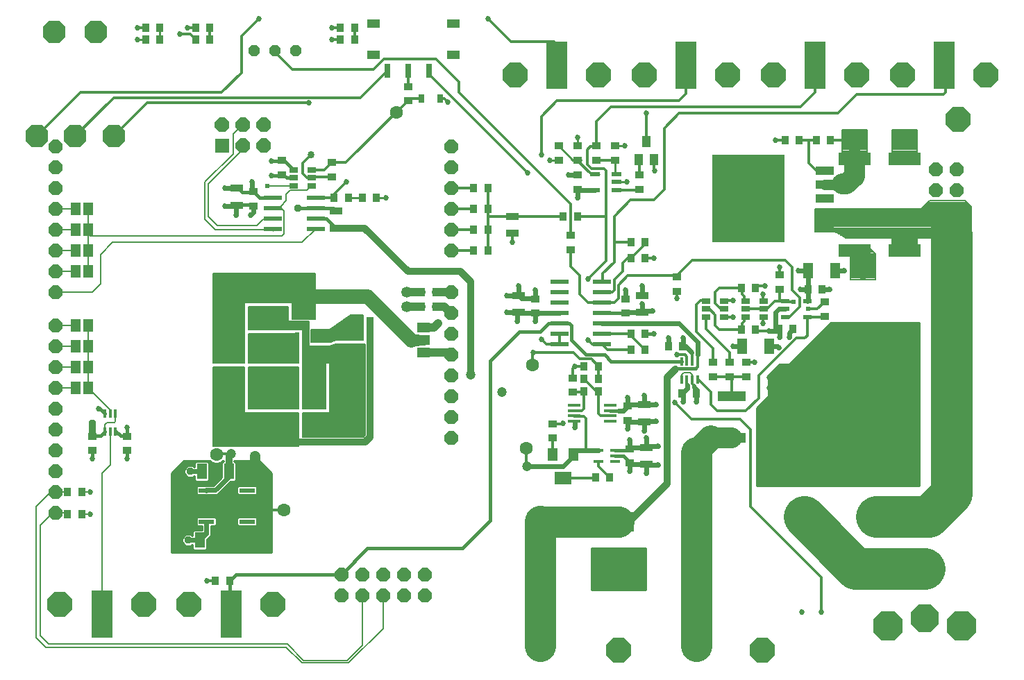
<source format=gtl>
G75*
%MOIN*%
%OFA0B0*%
%FSLAX24Y24*%
%IPPOS*%
%LPD*%
%AMOC8*
5,1,8,0,0,1.08239X$1,22.5*
%
%ADD10R,0.0866X0.0236*%
%ADD11R,0.0512X0.0630*%
%ADD12R,0.0787X0.0630*%
%ADD13OC8,0.0660*%
%ADD14OC8,0.0700*%
%ADD15R,0.0700X0.0700*%
%ADD16R,0.0600X0.0380*%
%ADD17R,0.0420X0.0350*%
%ADD18R,0.0350X0.0420*%
%ADD19R,0.1457X0.0965*%
%ADD20R,0.0460X0.0140*%
%ADD21R,0.0590X0.0170*%
%ADD22R,0.0276X0.0669*%
%ADD23R,0.0610X0.0433*%
%ADD24R,0.1350X0.0500*%
%ADD25R,0.3550X0.4200*%
%ADD26R,0.1000X0.2300*%
%ADD27OC8,0.1210*%
%ADD28C,0.0630*%
%ADD29R,0.0500X0.0220*%
%ADD30R,0.0780X0.0210*%
%ADD31R,0.0480X0.0740*%
%ADD32R,0.0460X0.0630*%
%ADD33R,0.0394X0.0551*%
%ADD34OC8,0.0531*%
%ADD35OC8,0.1095*%
%ADD36R,0.0417X0.0256*%
%ADD37R,0.0140X0.0400*%
%ADD38R,0.0394X0.0217*%
%ADD39R,0.0217X0.0394*%
%ADD40R,0.0740X0.0480*%
%ADD41R,0.0650X0.1100*%
%ADD42R,0.0360X0.0480*%
%ADD43R,0.0512X0.0472*%
%ADD44OC8,0.1620*%
%ADD45OC8,0.1325*%
%ADD46OC8,0.1424*%
%ADD47R,0.0630X0.0460*%
%ADD48R,0.3500X0.4200*%
%ADD49R,0.0900X0.0420*%
%ADD50R,0.1575X0.0630*%
%ADD51R,0.0300X0.0400*%
%ADD52C,0.0120*%
%ADD53C,0.0270*%
%ADD54C,0.0240*%
%ADD55C,0.0160*%
%ADD56C,0.0070*%
%ADD57C,0.0400*%
%ADD58C,0.0100*%
%ADD59C,0.0050*%
%ADD60C,0.0472*%
%ADD61C,0.0320*%
%ADD62C,0.0376*%
%ADD63C,0.0531*%
%ADD64OC8,0.1181*%
%ADD65C,0.0945*%
%ADD66C,0.0500*%
%ADD67OC8,0.1502*%
%ADD68C,0.2000*%
%ADD69C,0.1000*%
%ADD70C,0.1200*%
%ADD71C,0.1500*%
%ADD72C,0.0416*%
%ADD73C,0.0337*%
%ADD74C,0.0240*%
%ADD75C,0.0560*%
%ADD76C,0.0700*%
D10*
X020470Y026775D03*
X020470Y027275D03*
X020470Y027775D03*
X020470Y028275D03*
X022517Y028275D03*
X022517Y027775D03*
X022517Y027275D03*
X022517Y026775D03*
X034217Y024225D03*
X034217Y023725D03*
X034217Y023225D03*
X034217Y022725D03*
X034217Y022225D03*
X034217Y021725D03*
X034217Y021225D03*
X036264Y021225D03*
X036264Y021725D03*
X036264Y022225D03*
X036264Y022725D03*
X036264Y023225D03*
X036264Y023725D03*
X036264Y024225D03*
D11*
X034891Y015946D03*
X033891Y015946D03*
D12*
X034391Y014804D03*
D13*
X029041Y016725D03*
X029041Y017725D03*
X029041Y018725D03*
X029041Y019725D03*
X029041Y020725D03*
X029041Y021725D03*
X029041Y022725D03*
X029041Y023725D03*
X029041Y025725D03*
X029041Y026725D03*
X029041Y027725D03*
X029041Y028725D03*
X029041Y029725D03*
X029041Y030725D03*
X010041Y030725D03*
X010041Y029725D03*
X010041Y028725D03*
X010041Y027725D03*
X010041Y026725D03*
X010041Y025725D03*
X010041Y024725D03*
X010041Y023725D03*
X010041Y022125D03*
X010041Y021125D03*
X010041Y020125D03*
X010041Y019125D03*
X010041Y018125D03*
X010041Y017125D03*
X010041Y016125D03*
X010041Y015125D03*
X010041Y014125D03*
X010041Y013125D03*
X023743Y010175D03*
X023743Y009175D03*
X024743Y009175D03*
X024743Y010175D03*
X025743Y010175D03*
X025743Y009175D03*
X026743Y009175D03*
X026743Y010175D03*
X027743Y010175D03*
X027743Y009175D03*
X052282Y026648D03*
X052282Y027648D03*
X052282Y028648D03*
X052282Y029648D03*
X053282Y029648D03*
X053282Y028648D03*
X053282Y027648D03*
X053282Y026648D03*
D14*
X020041Y030775D03*
X020041Y031775D03*
X019041Y031775D03*
X019041Y030775D03*
X018041Y031775D03*
D15*
X018041Y030775D03*
D16*
X018741Y028735D03*
X018741Y027915D03*
X023496Y027635D03*
X023496Y026815D03*
X031943Y026565D03*
X031943Y027385D03*
X032243Y023582D03*
X032243Y022762D03*
X038193Y022765D03*
X038193Y023585D03*
X038291Y018335D03*
X038291Y017515D03*
X038391Y016285D03*
X038391Y015465D03*
D17*
X037591Y015535D03*
X037591Y016215D03*
X037491Y017585D03*
X037491Y018265D03*
X034843Y018935D03*
X034843Y019615D03*
X033891Y017415D03*
X033891Y016735D03*
X033043Y022735D03*
X033043Y023415D03*
X034743Y025785D03*
X034743Y026465D03*
X035093Y028685D03*
X035093Y029365D03*
X035093Y030085D03*
X035993Y030085D03*
X035993Y030765D03*
X035093Y030765D03*
X034193Y030765D03*
X034193Y030085D03*
X036893Y030085D03*
X036893Y030765D03*
X038046Y029365D03*
X038046Y028685D03*
X039843Y024465D03*
X039843Y023785D03*
X037393Y023415D03*
X037393Y022735D03*
X041593Y020365D03*
X042393Y020365D03*
X042393Y019685D03*
X041593Y019685D03*
X043193Y019685D03*
X043193Y020365D03*
X046943Y022585D03*
X046943Y023265D03*
X044793Y023885D03*
X044793Y024565D03*
X026943Y032935D03*
X026943Y033615D03*
X023293Y029965D03*
X023293Y029285D03*
X020893Y029385D03*
X020893Y030065D03*
X019541Y028565D03*
X019541Y027885D03*
X023893Y021665D03*
X023893Y020985D03*
X019593Y016565D03*
X019593Y015885D03*
X013443Y016135D03*
X013443Y016815D03*
X011793Y016815D03*
X011793Y016135D03*
D18*
X011283Y014125D03*
X010603Y014125D03*
X010603Y013075D03*
X011283Y013075D03*
X017703Y009875D03*
X018383Y009875D03*
X024453Y021725D03*
X024453Y022325D03*
X025133Y022325D03*
X025133Y021725D03*
X027603Y023025D03*
X028283Y023025D03*
X028283Y023725D03*
X027603Y023725D03*
X030103Y025725D03*
X030783Y025725D03*
X030783Y026725D03*
X030103Y026725D03*
X030103Y027725D03*
X030783Y027725D03*
X030783Y028725D03*
X030103Y028725D03*
X034403Y027375D03*
X035083Y027375D03*
X037653Y026125D03*
X038333Y026125D03*
X038333Y025375D03*
X037653Y025375D03*
X037651Y021725D03*
X038331Y021725D03*
X038331Y020975D03*
X037651Y020975D03*
X036083Y020175D03*
X036083Y019575D03*
X036083Y018975D03*
X035403Y018975D03*
X035403Y019575D03*
X035403Y020175D03*
X039453Y021125D03*
X040133Y021125D03*
X040103Y018875D03*
X040783Y018875D03*
X042953Y021925D03*
X043633Y021925D03*
X044753Y021975D03*
X045433Y021975D03*
X046153Y023875D03*
X046833Y023875D03*
X043633Y023925D03*
X042953Y023925D03*
X045053Y031025D03*
X045733Y031025D03*
X046553Y031025D03*
X047233Y031025D03*
X036631Y014825D03*
X035951Y014825D03*
X025431Y028275D03*
X024751Y028275D03*
X024081Y028275D03*
X023401Y028275D03*
X023703Y035875D03*
X023703Y036425D03*
X024383Y036425D03*
X024383Y035875D03*
X017433Y035875D03*
X017433Y036425D03*
X016753Y036425D03*
X016753Y035875D03*
X015033Y035875D03*
X015033Y036425D03*
X014353Y036425D03*
X014353Y035875D03*
D19*
X037043Y012692D03*
X037043Y010664D03*
D20*
X036901Y015615D03*
X036901Y015875D03*
X036901Y016135D03*
X036081Y016135D03*
X036081Y015615D03*
D21*
X036651Y017545D03*
X036651Y017795D03*
X036651Y018055D03*
X036651Y018305D03*
X034931Y018305D03*
X034931Y018055D03*
X034931Y017795D03*
X034931Y017545D03*
D22*
X027944Y034359D03*
X026944Y034359D03*
X025944Y034359D03*
D23*
X025277Y035125D03*
X025277Y036625D03*
X029115Y036625D03*
X029115Y035125D03*
D24*
X042488Y018725D03*
X042488Y016725D03*
D25*
X046368Y017725D03*
D26*
X046493Y034625D03*
X040293Y034625D03*
X034093Y034625D03*
X052693Y034625D03*
X018443Y008275D03*
X012243Y008275D03*
D27*
X010231Y008735D03*
X014256Y008735D03*
X016431Y008735D03*
X020456Y008735D03*
X032081Y034165D03*
X036106Y034165D03*
X038281Y034165D03*
X042306Y034165D03*
X044481Y034165D03*
X048506Y034165D03*
X050681Y034165D03*
X054706Y034165D03*
D28*
X032941Y020225D03*
X032641Y016225D03*
X020993Y013275D03*
X017743Y015925D03*
X026393Y032375D03*
D29*
X035936Y029395D03*
X035936Y028655D03*
X036956Y028655D03*
X036956Y029025D03*
X036956Y029395D03*
D30*
X019213Y014222D03*
X019213Y013722D03*
X019213Y013222D03*
X019213Y012722D03*
X017273Y012722D03*
X017273Y013222D03*
X017273Y013722D03*
X017273Y014222D03*
D31*
X017043Y015125D03*
X018343Y015125D03*
X018246Y011825D03*
X016946Y011825D03*
X042993Y021125D03*
X044293Y021125D03*
X046143Y024775D03*
X047443Y024775D03*
D32*
X011593Y024725D03*
X010993Y024725D03*
X010993Y025725D03*
X011593Y025725D03*
X011593Y026725D03*
X010993Y026725D03*
X010993Y027725D03*
X011593Y027725D03*
X011593Y022125D03*
X010993Y022125D03*
X010993Y021125D03*
X011593Y021125D03*
X011593Y020125D03*
X010993Y020125D03*
X010993Y019125D03*
X011593Y019125D03*
D33*
X038019Y030095D03*
X038767Y030095D03*
X038393Y030961D03*
D34*
X021543Y035325D03*
X020543Y035325D03*
X019543Y035325D03*
D35*
X012823Y031225D03*
X010973Y031225D03*
X009123Y031225D03*
X009973Y036225D03*
X011973Y036225D03*
X033293Y012725D03*
X033293Y006725D03*
X040793Y006725D03*
X040793Y012725D03*
D36*
X041260Y022551D03*
X041260Y022925D03*
X041260Y023299D03*
X042126Y023299D03*
X042126Y022925D03*
X042126Y022551D03*
X043160Y022551D03*
X043160Y022925D03*
X043160Y023299D03*
X044026Y023299D03*
X044026Y022925D03*
X044026Y022551D03*
X022326Y028851D03*
X022326Y029225D03*
X022326Y029599D03*
X021460Y029599D03*
X021460Y029225D03*
X021460Y028851D03*
D37*
X012903Y017915D03*
X012643Y017915D03*
X012383Y017915D03*
X012383Y017035D03*
X012643Y017035D03*
X012903Y017035D03*
X040077Y019535D03*
X040333Y019535D03*
X040593Y019535D03*
X040853Y019535D03*
X040853Y020415D03*
X040593Y020415D03*
X040333Y020415D03*
X040077Y020415D03*
D38*
X045062Y022551D03*
X045062Y022925D03*
X045062Y023299D03*
X046125Y023299D03*
X046125Y022551D03*
D39*
X022367Y022656D03*
X021619Y022656D03*
X021619Y021594D03*
X021993Y021594D03*
X022367Y021594D03*
D40*
X021193Y020875D03*
X021193Y019575D03*
X020393Y022475D03*
X020393Y023775D03*
D41*
X021243Y017325D03*
X022343Y017325D03*
D42*
X022502Y018725D03*
X021085Y018725D03*
D43*
X020374Y019536D03*
X020374Y020914D03*
X018012Y020914D03*
X018012Y019536D03*
D44*
X051770Y010449D03*
D45*
X051770Y008087D03*
D46*
X053541Y007695D03*
X049998Y007695D03*
D47*
X027693Y020825D03*
X027693Y021425D03*
X027693Y022025D03*
D48*
X043293Y028225D03*
D49*
X046943Y028225D03*
X046943Y027555D03*
X046943Y026885D03*
X046943Y028895D03*
X046943Y029565D03*
D50*
X048393Y030125D03*
X050794Y030125D03*
X050794Y025725D03*
X048393Y025725D03*
D51*
X028483Y033025D03*
X027603Y033025D03*
D52*
X027033Y033025D01*
X026943Y032935D01*
X026393Y032385D01*
X026393Y032375D01*
X026943Y032935D02*
X023973Y029965D01*
X023293Y029965D01*
X022927Y029599D01*
X022326Y029599D01*
X022386Y029285D02*
X023293Y029285D01*
X023993Y029025D02*
X023401Y028432D01*
X023401Y028275D01*
X022517Y028275D01*
X022326Y029225D02*
X022386Y029285D01*
X022326Y029225D02*
X022093Y029225D01*
X021893Y029425D01*
X021893Y029925D01*
X022293Y030325D01*
X022201Y032825D02*
X014423Y032825D01*
X012823Y031225D01*
X010973Y031225D02*
X012823Y033075D01*
X024660Y033075D01*
X025944Y034359D01*
X025793Y034925D02*
X025293Y034425D01*
X021393Y034425D01*
X020543Y035275D01*
X020543Y035325D01*
X019793Y036875D02*
X018943Y036025D01*
X018943Y034275D01*
X017993Y033325D01*
X011223Y033325D01*
X009123Y031225D01*
X013943Y036425D02*
X014353Y036425D01*
X015993Y036125D02*
X016493Y036125D01*
X016543Y036075D01*
X016753Y035875D01*
X016753Y036425D02*
X016343Y036425D01*
X017433Y036425D02*
X017433Y035875D01*
X023293Y035875D02*
X023496Y035872D01*
X023703Y035875D01*
X023703Y036425D02*
X023293Y036425D01*
X024383Y036425D02*
X024383Y035875D01*
X025793Y034925D02*
X028293Y034925D01*
X029393Y033825D01*
X029393Y033325D01*
X034743Y027975D01*
X034743Y026465D01*
X034743Y025785D02*
X034749Y025779D01*
X034749Y024969D01*
X035193Y024525D01*
X035193Y023625D01*
X035593Y023225D01*
X036264Y023225D01*
X036843Y023225D01*
X037043Y023425D01*
X037043Y024075D01*
X037493Y024525D01*
X039843Y024525D01*
X039843Y024465D01*
X039843Y024525D02*
X040593Y025275D01*
X045043Y025275D01*
X045393Y024925D01*
X045393Y023825D01*
X045743Y023475D01*
X045743Y023025D01*
X045269Y022551D01*
X045062Y022551D01*
X044567Y023299D02*
X044193Y022925D01*
X044026Y022925D01*
X043160Y022925D01*
X043160Y022551D02*
X043093Y022484D01*
X043093Y022325D01*
X042993Y022225D01*
X042993Y021965D01*
X042953Y021925D01*
X041893Y021925D01*
X041693Y022125D01*
X041693Y022642D01*
X041410Y022925D01*
X041260Y022925D01*
X041260Y022551D02*
X041260Y021958D01*
X042393Y020825D01*
X042393Y020365D01*
X041593Y020365D02*
X041593Y021025D01*
X040793Y021825D01*
X040793Y023125D01*
X040993Y023325D01*
X041234Y023325D01*
X041260Y023299D01*
X041693Y023208D02*
X041693Y023725D01*
X041893Y023925D01*
X042953Y023925D01*
X042993Y023885D01*
X042993Y023625D01*
X043093Y023525D01*
X043093Y023366D01*
X043160Y023299D01*
X042543Y023325D02*
X042152Y023325D01*
X042126Y023299D01*
X042126Y022925D02*
X041976Y022925D01*
X041693Y023208D01*
X042126Y022551D02*
X042152Y022525D01*
X042543Y022525D01*
X043633Y021925D02*
X043683Y021875D01*
X044293Y021875D01*
X043993Y022225D02*
X043993Y022518D01*
X044026Y022551D01*
X044026Y023299D02*
X043993Y023332D01*
X043993Y023625D01*
X044093Y024025D02*
X043733Y024025D01*
X043633Y023925D01*
X043033Y023925D02*
X042953Y023925D01*
X042993Y023925D01*
X044567Y023299D02*
X044793Y023299D01*
X044793Y023885D01*
X044793Y023299D02*
X045062Y023299D01*
X045086Y023275D01*
X045443Y023275D01*
X046143Y022925D02*
X046603Y022925D01*
X046943Y023265D01*
X046943Y022585D02*
X046909Y022551D01*
X046125Y022551D01*
X046125Y021656D01*
X045993Y021525D01*
X045593Y021525D01*
X043793Y019725D01*
X043793Y018657D01*
X043161Y018025D01*
X041793Y018025D01*
X041493Y018325D01*
X041493Y018925D01*
X040883Y019535D01*
X040853Y019535D01*
X040593Y019535D02*
X040593Y019325D01*
X040643Y019275D01*
X040343Y019275D02*
X040333Y019285D01*
X040333Y019535D01*
X040768Y020075D02*
X040843Y020150D01*
X040843Y020405D01*
X040853Y020415D01*
X040843Y020425D01*
X040843Y020725D01*
X040593Y020775D02*
X040543Y020825D01*
X040593Y020775D02*
X040593Y020415D01*
X040333Y020415D02*
X040333Y020635D01*
X040243Y020725D01*
X039843Y020725D01*
X038331Y020975D02*
X037651Y021655D01*
X037651Y021725D01*
X036264Y021725D01*
X036264Y021225D02*
X035793Y021225D01*
X035593Y021425D01*
X034893Y020825D02*
X035193Y020525D01*
X035743Y020525D01*
X036083Y020185D01*
X036083Y020175D01*
X036083Y019575D01*
X036083Y018975D02*
X036003Y018975D01*
X035403Y019575D01*
X034843Y019615D02*
X034843Y020075D01*
X034943Y020175D01*
X035403Y020175D01*
X034893Y020825D02*
X032943Y020825D01*
X032941Y020822D01*
X032941Y020225D01*
X033593Y021225D02*
X033343Y021475D01*
X033593Y021225D02*
X034217Y021225D01*
X034217Y021725D01*
X036243Y021204D02*
X036264Y021225D01*
X036514Y020975D01*
X037651Y020975D01*
X037651Y021725D02*
X037601Y021775D01*
X036743Y023725D02*
X036843Y023825D01*
X036843Y024325D01*
X037243Y024725D01*
X037243Y025125D01*
X037493Y025375D01*
X037653Y025375D01*
X038333Y026055D01*
X038333Y026125D01*
X037653Y026125D02*
X036843Y026125D01*
X036843Y027385D01*
X037634Y028175D01*
X038743Y028175D01*
X039243Y028675D01*
X039243Y031618D01*
X039950Y032325D01*
X047593Y032325D01*
X048493Y033225D01*
X052643Y033225D01*
X052743Y033325D01*
X052743Y033563D01*
X052477Y033829D01*
X052585Y033992D01*
X052693Y034253D01*
X052693Y034625D01*
X048393Y031025D02*
X047233Y031025D01*
X046553Y031025D02*
X046193Y031025D01*
X046193Y029925D01*
X046553Y029565D01*
X046943Y029565D01*
X046193Y031025D02*
X045733Y031025D01*
X045053Y031025D02*
X044593Y031025D01*
X045793Y032625D02*
X046493Y033325D01*
X046493Y034625D01*
X045793Y032625D02*
X036693Y032625D01*
X035993Y031925D01*
X035993Y030765D01*
X035953Y030725D01*
X035693Y030725D01*
X035543Y030575D01*
X035543Y029887D01*
X035755Y029675D01*
X036343Y029675D01*
X036443Y029575D01*
X036443Y027375D01*
X035083Y027375D01*
X034403Y027375D02*
X033043Y027375D01*
X031943Y027385D01*
X030783Y027385D01*
X030783Y026725D01*
X030783Y025725D01*
X030103Y025725D02*
X029041Y025725D01*
X029041Y026725D02*
X030103Y026725D01*
X030783Y027385D02*
X030783Y027725D01*
X030783Y028725D01*
X030103Y028725D02*
X029041Y028725D01*
X029041Y027725D02*
X030103Y027725D01*
X030783Y027725D02*
X030783Y027425D01*
X030793Y027425D01*
X030793Y027415D01*
X031943Y026565D02*
X031943Y026125D01*
X034743Y024969D02*
X034749Y024969D01*
X035593Y024375D02*
X036443Y025225D01*
X036443Y027375D01*
X036956Y028655D02*
X038016Y028655D01*
X038046Y028685D01*
X038046Y029365D02*
X038046Y030068D01*
X038019Y030095D01*
X038767Y030095D02*
X038767Y029649D01*
X038793Y029575D01*
X038393Y030961D02*
X038393Y032325D01*
X039943Y032925D02*
X040293Y033275D01*
X040293Y034625D01*
X039943Y032925D02*
X034093Y032925D01*
X033343Y032175D01*
X033343Y030325D01*
X032693Y029475D02*
X027944Y034224D01*
X027944Y034359D01*
X026944Y034359D02*
X026943Y034359D01*
X026943Y033615D01*
X028483Y033025D02*
X028693Y033025D01*
X028843Y032875D01*
X031893Y035775D02*
X033943Y035775D01*
X034193Y035525D01*
X034193Y034725D01*
X034093Y034625D01*
X031893Y035775D02*
X030793Y036875D01*
X035093Y030085D02*
X035093Y030054D01*
X035753Y029395D01*
X035936Y029395D01*
X035993Y030085D02*
X036893Y030085D01*
X035246Y030085D02*
X035093Y030085D01*
X036843Y026125D02*
X036843Y025175D01*
X036293Y024625D01*
X036293Y024254D01*
X036264Y024225D01*
X036264Y023725D02*
X036743Y023725D01*
X038333Y025375D02*
X038743Y025375D01*
X039843Y023785D02*
X039843Y023425D01*
X043193Y020365D02*
X043583Y020365D01*
X043593Y020375D01*
X043193Y019685D02*
X042393Y019685D01*
X042488Y019590D01*
X042488Y018725D01*
X042393Y019685D02*
X041593Y019685D01*
X039743Y018425D02*
X040543Y017625D01*
X042893Y017625D01*
X043393Y017125D01*
X043393Y013425D01*
X046793Y010025D01*
X046793Y008375D01*
X037593Y015525D02*
X037591Y015528D01*
X037591Y015535D01*
X038393Y016275D02*
X038393Y016282D01*
X038391Y016285D01*
X038291Y017515D02*
X038291Y017522D01*
X038293Y017525D01*
X037493Y018268D02*
X037491Y018265D01*
X037493Y018268D02*
X037493Y018275D01*
X036651Y017795D02*
X036183Y017795D01*
X036083Y017895D01*
X036083Y018975D01*
X035403Y018975D02*
X035363Y018935D01*
X034843Y018935D01*
X035403Y018975D02*
X035403Y018185D01*
X035393Y018175D01*
X035393Y018155D01*
X035293Y018055D01*
X034931Y018055D01*
X034931Y017795D02*
X034911Y017775D01*
X035393Y017775D01*
X035493Y017675D01*
X035493Y016235D01*
X035593Y016135D01*
X036043Y016135D02*
X036081Y016135D01*
X036081Y015615D02*
X036081Y015375D01*
X036631Y014825D01*
X035951Y014825D02*
X035930Y014804D01*
X034391Y014804D01*
X034891Y015946D02*
X035080Y016135D01*
X034383Y017415D02*
X034393Y017425D01*
X034383Y017415D02*
X033891Y017415D01*
X033891Y016735D02*
X033891Y015946D01*
X032641Y016225D02*
X032641Y015378D01*
X032643Y015375D01*
X034931Y017495D02*
X034931Y017545D01*
X034931Y017495D02*
X034943Y017482D01*
X044793Y024565D02*
X044793Y024925D01*
X053000Y026931D02*
X053000Y026931D01*
X020993Y013275D02*
X019943Y013275D01*
X019893Y013225D01*
X019243Y013225D01*
X019216Y013225D01*
X019213Y013222D01*
X019216Y013225D02*
X019193Y013225D01*
X018443Y015975D02*
X017793Y015975D01*
X017743Y015925D01*
X017703Y009875D02*
X017293Y009875D01*
X018383Y009865D02*
X018383Y009875D01*
X018383Y008335D02*
X018443Y008275D01*
D53*
X017293Y009875D03*
X011693Y013075D03*
X011693Y014125D03*
X011793Y015725D03*
X013443Y015725D03*
X013443Y017225D03*
X012093Y018125D03*
X022943Y017725D03*
X022943Y017325D03*
X022943Y016925D03*
X023343Y016925D03*
X023343Y017325D03*
X023343Y017725D03*
X031693Y022775D03*
X032193Y022325D03*
X033043Y022325D03*
X033343Y021475D03*
X032943Y020825D03*
X034943Y020175D03*
X035593Y021425D03*
X037393Y023825D03*
X038193Y024025D03*
X038193Y023175D03*
X038693Y022825D03*
X038743Y021725D03*
X039443Y021525D03*
X040143Y021525D03*
X039843Y020725D03*
X040143Y018475D03*
X039743Y018425D03*
X038843Y018325D03*
X038293Y018775D03*
X037493Y018675D03*
X038843Y017525D03*
X038293Y017075D03*
X038393Y016725D03*
X038943Y016325D03*
X038943Y015425D03*
X038393Y015025D03*
X037593Y015125D03*
X037593Y016625D03*
X037493Y017175D03*
X034943Y017225D03*
X034393Y017425D03*
X040793Y018475D03*
X043793Y018125D03*
X043793Y017625D03*
X043793Y017125D03*
X043793Y016625D03*
X043793Y016125D03*
X043793Y015625D03*
X043793Y015125D03*
X043793Y014625D03*
X044293Y014625D03*
X044293Y015125D03*
X044293Y015625D03*
X044293Y016125D03*
X044293Y016625D03*
X044293Y017125D03*
X044293Y017625D03*
X044293Y018125D03*
X044293Y018625D03*
X044293Y019125D03*
X044293Y019625D03*
X044793Y019625D03*
X044793Y019125D03*
X044793Y018625D03*
X044793Y018125D03*
X044793Y017625D03*
X044793Y017125D03*
X044793Y016625D03*
X044793Y016125D03*
X044793Y015625D03*
X044793Y015125D03*
X044793Y014625D03*
X045293Y014625D03*
X045293Y015125D03*
X045293Y015625D03*
X045293Y016125D03*
X045293Y016625D03*
X045293Y017125D03*
X045293Y017625D03*
X045293Y018125D03*
X045293Y018625D03*
X045293Y019125D03*
X045293Y019625D03*
X045293Y020125D03*
X044793Y020125D03*
X045793Y020125D03*
X045793Y019625D03*
X045793Y019125D03*
X045793Y018625D03*
X045793Y018125D03*
X045793Y017625D03*
X045793Y017125D03*
X045793Y016625D03*
X045793Y016125D03*
X045793Y015625D03*
X045793Y015125D03*
X045793Y014625D03*
X046293Y014625D03*
X046293Y015125D03*
X046293Y015625D03*
X046293Y016125D03*
X046293Y016625D03*
X046293Y017125D03*
X046293Y017625D03*
X046293Y018125D03*
X046293Y018625D03*
X046293Y019125D03*
X046293Y019625D03*
X046293Y020125D03*
X046293Y020625D03*
X046293Y021125D03*
X046793Y021125D03*
X046793Y020625D03*
X046793Y020125D03*
X046793Y019625D03*
X046793Y019125D03*
X046793Y018625D03*
X046793Y018125D03*
X046793Y017625D03*
X046793Y017125D03*
X046793Y016625D03*
X046793Y016125D03*
X046793Y015625D03*
X046793Y015125D03*
X046793Y014625D03*
X047293Y014625D03*
X047293Y015125D03*
X047293Y015625D03*
X047293Y016125D03*
X047293Y016625D03*
X047293Y017125D03*
X047293Y017625D03*
X047293Y018125D03*
X047293Y018625D03*
X047293Y019125D03*
X047293Y019625D03*
X047293Y020125D03*
X047293Y020625D03*
X047293Y021125D03*
X047293Y021625D03*
X046793Y021625D03*
X047293Y022125D03*
X047793Y022125D03*
X047793Y021625D03*
X047793Y021125D03*
X047793Y020625D03*
X047793Y020125D03*
X047793Y019625D03*
X047793Y019125D03*
X047793Y018625D03*
X047793Y018125D03*
X047793Y017625D03*
X047793Y017125D03*
X047793Y016625D03*
X047793Y016125D03*
X047793Y015625D03*
X047793Y015125D03*
X047793Y014625D03*
X048293Y014625D03*
X048293Y015125D03*
X048293Y015625D03*
X048293Y016125D03*
X048293Y016625D03*
X048293Y017125D03*
X048293Y017625D03*
X048293Y018125D03*
X048293Y018625D03*
X048293Y019125D03*
X048293Y019625D03*
X048293Y020125D03*
X048293Y020625D03*
X048293Y021125D03*
X048293Y021625D03*
X048293Y022125D03*
X048793Y022125D03*
X048793Y021625D03*
X048793Y021125D03*
X048793Y020625D03*
X048793Y020125D03*
X048793Y019625D03*
X048793Y019125D03*
X048793Y018625D03*
X048793Y018125D03*
X048793Y017625D03*
X048793Y017125D03*
X048793Y016625D03*
X048793Y016125D03*
X048793Y015625D03*
X048793Y015125D03*
X048793Y014625D03*
X049293Y014625D03*
X049293Y015125D03*
X049293Y015625D03*
X049293Y016125D03*
X049293Y016625D03*
X049293Y017125D03*
X049293Y017625D03*
X049293Y018125D03*
X049293Y018625D03*
X049293Y019125D03*
X049293Y019625D03*
X049293Y020125D03*
X049293Y020625D03*
X049293Y021125D03*
X049293Y021625D03*
X049293Y022125D03*
X049793Y022125D03*
X049793Y021625D03*
X049793Y021125D03*
X049793Y020625D03*
X049793Y020125D03*
X049793Y019625D03*
X049793Y019125D03*
X049793Y018625D03*
X049793Y018125D03*
X049793Y017625D03*
X049793Y017125D03*
X049793Y016625D03*
X049793Y016125D03*
X049793Y015625D03*
X049793Y015125D03*
X049793Y014625D03*
X050293Y014625D03*
X050293Y015125D03*
X050293Y015625D03*
X050293Y016125D03*
X050293Y016625D03*
X050293Y017125D03*
X050293Y017625D03*
X050293Y018125D03*
X050293Y018625D03*
X050293Y019125D03*
X050293Y019625D03*
X050293Y020125D03*
X050293Y020625D03*
X050293Y021125D03*
X050293Y021625D03*
X050293Y022125D03*
X050793Y022125D03*
X050793Y021625D03*
X050793Y021125D03*
X050793Y020625D03*
X050793Y020125D03*
X050793Y019625D03*
X050793Y019125D03*
X050793Y018625D03*
X050793Y018125D03*
X050793Y017625D03*
X050793Y017125D03*
X050793Y016625D03*
X050793Y016125D03*
X050793Y015625D03*
X050793Y015125D03*
X050793Y014625D03*
X051293Y014625D03*
X051293Y015125D03*
X051293Y015625D03*
X051293Y016125D03*
X051293Y016625D03*
X051293Y017125D03*
X051293Y017625D03*
X051293Y018125D03*
X051293Y018625D03*
X051293Y019125D03*
X051293Y019625D03*
X051293Y020125D03*
X051293Y020625D03*
X051293Y021125D03*
X051293Y021625D03*
X051293Y022125D03*
X047893Y024775D03*
X047193Y023875D03*
X045793Y023875D03*
X045693Y024775D03*
X044793Y024925D03*
X044093Y024025D03*
X043993Y023625D03*
X042543Y023325D03*
X042543Y022525D03*
X043993Y022225D03*
X044293Y021875D03*
X044793Y021575D03*
X045243Y021575D03*
X044743Y021075D03*
X043593Y020375D03*
X042543Y021125D03*
X039843Y023425D03*
X038743Y025375D03*
X041793Y026475D03*
X041793Y026975D03*
X041793Y027475D03*
X041793Y027975D03*
X041793Y028475D03*
X041793Y028975D03*
X041793Y029475D03*
X041793Y029975D03*
X042293Y029975D03*
X042293Y029475D03*
X042293Y028975D03*
X042293Y028475D03*
X042293Y027975D03*
X042293Y027475D03*
X042293Y026975D03*
X042293Y026475D03*
X042793Y026475D03*
X042793Y026975D03*
X042793Y027475D03*
X042793Y027975D03*
X042793Y028475D03*
X042793Y028975D03*
X042793Y029475D03*
X042793Y029975D03*
X043293Y029975D03*
X043293Y029475D03*
X043293Y028975D03*
X043293Y028475D03*
X043293Y027975D03*
X043293Y027475D03*
X043293Y026975D03*
X043293Y026475D03*
X043793Y026475D03*
X043793Y026975D03*
X043793Y027475D03*
X043793Y027975D03*
X043793Y028475D03*
X043793Y028975D03*
X043793Y029475D03*
X043793Y029975D03*
X044293Y029975D03*
X044293Y029475D03*
X044293Y028975D03*
X044293Y028475D03*
X044293Y027975D03*
X044293Y027475D03*
X044293Y026975D03*
X044293Y026475D03*
X044793Y026475D03*
X044793Y026975D03*
X044793Y027475D03*
X044793Y027975D03*
X044793Y028475D03*
X044793Y028975D03*
X044793Y029475D03*
X044793Y029975D03*
X044593Y031025D03*
X038793Y029575D03*
X037443Y029025D03*
X037343Y030775D03*
X038393Y032325D03*
X035093Y031175D03*
X033743Y030075D03*
X033343Y030325D03*
X032693Y029475D03*
X034643Y029375D03*
X035093Y028275D03*
X031943Y026125D03*
X032243Y024025D03*
X031693Y023575D03*
X033043Y023825D03*
X035593Y024375D03*
X025893Y028275D03*
X023993Y029025D03*
X020393Y029325D03*
X020393Y030025D03*
X019443Y029025D03*
X018143Y028725D03*
X018143Y027875D03*
X018693Y027425D03*
X019393Y027425D03*
X022201Y032825D03*
X023293Y035875D03*
X023293Y036425D03*
X019793Y036875D03*
X016343Y036425D03*
X015993Y036125D03*
X013943Y035875D03*
X013943Y036425D03*
X028843Y032875D03*
X030793Y036875D03*
X045843Y008375D03*
X046793Y008375D03*
D54*
X038943Y015425D02*
X038393Y015425D01*
X038393Y015025D01*
X038391Y015465D02*
X037661Y015465D01*
X037591Y015535D01*
X037593Y015525D02*
X037593Y015125D01*
X037551Y016175D02*
X037591Y016215D01*
X037661Y016285D01*
X038391Y016285D01*
X038393Y016275D02*
X038393Y016725D01*
X038293Y017075D02*
X038293Y017525D01*
X038193Y017525D01*
X038291Y017515D02*
X037561Y017515D01*
X037491Y017585D01*
X037493Y017525D02*
X037493Y017175D01*
X037593Y016625D02*
X037593Y016225D01*
X038443Y016325D02*
X038943Y016325D01*
X038843Y017525D02*
X038293Y017525D01*
X038293Y017575D01*
X038293Y018325D02*
X038843Y018325D01*
X038293Y018325D02*
X038293Y018775D01*
X038291Y018335D02*
X037561Y018335D01*
X037491Y018265D01*
X037281Y018055D01*
X037043Y018055D01*
X037493Y018275D02*
X037493Y018675D01*
X040103Y018875D02*
X040143Y018835D01*
X040143Y018475D01*
X040103Y018875D02*
X040343Y019115D01*
X040343Y019275D01*
X040693Y019175D02*
X040783Y019085D01*
X040783Y018875D01*
X040783Y018485D01*
X040793Y018475D01*
X040843Y020725D02*
X040843Y021325D01*
X039943Y022225D01*
X036264Y022225D01*
X037343Y022765D02*
X037393Y022735D01*
X037343Y022765D02*
X038193Y022765D01*
X038193Y022825D01*
X038693Y022825D01*
X038193Y022825D02*
X038193Y023175D01*
X038193Y023585D02*
X038193Y024025D01*
X037393Y023825D02*
X037393Y023415D01*
X039443Y021525D02*
X039443Y021135D01*
X039453Y021125D01*
X040133Y021125D02*
X040143Y021135D01*
X040143Y021525D01*
X040133Y021125D02*
X040293Y021125D01*
X040543Y020825D01*
X042543Y021125D02*
X042993Y021125D01*
X044293Y021125D02*
X044693Y021125D01*
X044743Y021075D01*
X044793Y021575D02*
X044793Y021925D01*
X044743Y021975D01*
X044753Y021975D01*
X044743Y021975D02*
X044693Y021975D01*
X044593Y021875D01*
X044293Y021875D01*
X044593Y021925D02*
X044643Y021875D01*
X044593Y021925D02*
X044593Y021975D01*
X044693Y021975D01*
X044593Y021975D02*
X044593Y022775D01*
X044743Y022925D01*
X045062Y022925D01*
X045433Y021975D02*
X045243Y021785D01*
X045243Y021575D01*
X046125Y023299D02*
X046153Y023328D01*
X046153Y023875D01*
X045793Y023875D01*
X046143Y023885D02*
X046143Y024775D01*
X046093Y024775D02*
X045693Y024775D01*
X046143Y023885D02*
X046153Y023875D01*
X046833Y023875D02*
X047193Y023875D01*
X047443Y024775D02*
X047893Y024775D01*
X035936Y028655D02*
X035123Y028655D01*
X035093Y028685D01*
X035093Y028275D01*
X035093Y029365D02*
X034643Y029375D01*
X033043Y023825D02*
X033043Y023425D01*
X032393Y023425D01*
X032243Y023575D01*
X031693Y023575D01*
X032243Y023582D02*
X032243Y024025D01*
X033043Y023425D02*
X033043Y023415D01*
X033043Y022735D02*
X032271Y022735D01*
X032243Y022762D01*
X032193Y022762D02*
X032193Y022325D01*
X032193Y022775D02*
X031693Y022775D01*
X033043Y022735D02*
X033043Y022325D01*
X033043Y022735D02*
X033643Y022725D01*
X034217Y022725D01*
X034943Y017482D02*
X034943Y017225D01*
X035080Y016135D02*
X035593Y016135D01*
X036081Y016135D01*
X034891Y015946D02*
X034891Y015872D01*
X034393Y015375D01*
X032643Y015375D01*
X018343Y015125D02*
X018343Y014875D01*
X017693Y014225D01*
X017276Y014225D01*
X017273Y014222D01*
X017043Y015125D02*
X016493Y015125D01*
X017273Y012722D02*
X017273Y012152D01*
X016946Y011825D01*
X016393Y011825D01*
X018693Y027425D02*
X018693Y027868D01*
X018741Y027915D01*
X018693Y027875D02*
X018143Y027875D01*
X018143Y028725D02*
X018731Y028725D01*
X018741Y028735D01*
X019443Y028662D02*
X019443Y029025D01*
X019443Y028662D02*
X019541Y028565D01*
X019551Y028575D01*
X019541Y027885D02*
X019541Y027572D01*
X019393Y027425D01*
D55*
X019593Y027925D02*
X018693Y027925D01*
X018703Y027915D01*
X018741Y027915D01*
X018993Y028525D02*
X018783Y028735D01*
X018741Y028735D01*
X018993Y028525D02*
X019493Y028525D01*
X019541Y028565D02*
X019831Y028275D01*
X020470Y028275D01*
X020393Y029325D02*
X020833Y029325D01*
X020893Y029385D01*
X020953Y029385D01*
X021113Y029225D01*
X021460Y029225D01*
X021460Y029599D02*
X020994Y030065D01*
X020893Y030065D01*
X020833Y030025D01*
X020393Y030025D01*
X021643Y027775D02*
X022517Y027775D01*
X023356Y027775D01*
X023496Y027635D01*
X023036Y027275D02*
X022517Y027275D01*
X023036Y027275D02*
X023496Y026815D01*
X030893Y020425D02*
X032293Y021825D01*
X033293Y021825D01*
X033693Y022225D01*
X034217Y022225D01*
X034693Y022225D01*
X034793Y022125D01*
X034793Y021425D01*
X035493Y020725D01*
X036393Y020725D01*
X036703Y020415D01*
X040077Y020415D01*
X039818Y020075D02*
X039818Y020050D01*
X039768Y020000D01*
X039743Y020000D02*
X039818Y020075D01*
X040768Y020075D01*
X040643Y019275D02*
X040693Y019225D01*
X040693Y019175D01*
X038743Y021725D02*
X038331Y021725D01*
X037393Y022735D02*
X037343Y022725D01*
X036264Y022725D01*
X036651Y018055D02*
X037043Y018055D01*
X037591Y016215D02*
X037511Y016135D01*
X036901Y016135D01*
X036901Y015875D02*
X037291Y015875D01*
X037591Y015575D01*
X037591Y015535D01*
X030893Y012776D02*
X030893Y020425D01*
X030893Y012776D02*
X029543Y011425D01*
X024993Y011425D01*
X023743Y010175D01*
X018683Y010175D01*
X018383Y009875D01*
X018383Y009865D02*
X018383Y008335D01*
X013443Y015725D02*
X013443Y016135D01*
X013443Y016815D02*
X013433Y016825D01*
X013143Y016825D01*
X012933Y017035D01*
X012903Y017035D01*
X012393Y017025D02*
X012193Y016825D01*
X011793Y016825D01*
X012383Y017035D02*
X012393Y017025D01*
X012383Y017915D02*
X012173Y018125D01*
X012093Y018125D01*
X013443Y017225D02*
X013443Y016815D01*
X011793Y016135D02*
X011793Y015725D01*
D56*
X009093Y007125D02*
X009543Y006675D01*
X021093Y006675D01*
X021843Y005925D01*
X024093Y005925D01*
X025743Y007575D01*
X025743Y009175D01*
X024743Y009175D02*
X024743Y006775D01*
X024023Y006055D01*
X021913Y006055D01*
X021143Y006825D01*
X009693Y006825D01*
X009293Y007225D01*
X009293Y012525D01*
X009893Y013125D01*
X010041Y013125D01*
X010553Y013125D01*
X010603Y013075D01*
X011283Y013075D02*
X011693Y013075D01*
X011693Y014125D02*
X011283Y014125D01*
X010603Y014125D02*
X010041Y014125D01*
X009793Y014125D01*
X009093Y013425D01*
X009093Y007125D01*
X012243Y008275D02*
X012243Y015025D01*
X012643Y015425D01*
X012643Y017035D01*
X012383Y017035D02*
X012383Y017365D01*
X012493Y017475D01*
X012843Y017475D01*
X012903Y017535D01*
X012903Y017915D01*
X012643Y017915D02*
X012643Y018075D01*
X011593Y019125D01*
X011593Y020125D01*
X011593Y021125D01*
X011593Y022125D01*
X010993Y022125D02*
X010041Y022125D01*
X010041Y021125D02*
X010993Y021125D01*
X011593Y021125D02*
X011593Y019125D01*
X010993Y019125D02*
X010041Y019125D01*
X010041Y020125D02*
X010993Y020125D01*
X011793Y023725D02*
X010041Y023725D01*
X010041Y024725D02*
X010993Y024725D01*
X011593Y024725D02*
X011593Y025725D01*
X011593Y026725D01*
X011593Y026525D01*
X011693Y026425D01*
X020893Y026425D01*
X020993Y026525D01*
X020993Y027625D01*
X020843Y027775D01*
X020843Y027875D01*
X021093Y028125D01*
X021093Y028425D01*
X021293Y028625D01*
X022100Y028625D01*
X022326Y028851D01*
X021434Y028825D02*
X020193Y028825D01*
X020843Y027875D02*
X020793Y027825D01*
X020470Y027275D02*
X020420Y027225D01*
X019993Y027225D01*
X019693Y026925D01*
X017793Y026925D01*
X017343Y027375D01*
X017343Y028925D01*
X019041Y030622D01*
X019041Y030775D01*
X018543Y030375D02*
X018543Y031325D01*
X018993Y031775D01*
X019041Y031775D01*
X018543Y030375D02*
X017193Y029025D01*
X017193Y027225D01*
X017693Y026725D01*
X020420Y026725D01*
X020470Y026775D01*
X021867Y026125D02*
X012776Y026125D01*
X012193Y025542D01*
X012193Y024125D01*
X011793Y023725D01*
X010993Y025725D02*
X010041Y025725D01*
X010041Y026725D02*
X010993Y026725D01*
X011593Y026725D02*
X011593Y027725D01*
X010993Y027725D02*
X010041Y027725D01*
X021867Y026125D02*
X022517Y026775D01*
X040077Y019759D02*
X040193Y019875D01*
X040493Y019875D01*
X040593Y019775D01*
X040593Y019535D01*
X040077Y019535D02*
X040077Y019759D01*
X047493Y026625D02*
X047993Y026325D01*
X050193Y026325D01*
X050193Y025525D01*
X051393Y025525D01*
X051393Y026325D01*
X053993Y026325D01*
X053993Y027825D01*
X053693Y028125D01*
X051993Y028125D01*
X051593Y027725D01*
X046493Y027725D01*
X046493Y026625D01*
X047493Y026625D01*
X047506Y026618D02*
X053993Y026618D01*
X053993Y026686D02*
X046493Y026686D01*
X046493Y026755D02*
X053993Y026755D01*
X053993Y026823D02*
X046493Y026823D01*
X046493Y026892D02*
X053993Y026892D01*
X053993Y026960D02*
X046493Y026960D01*
X046493Y027029D02*
X053993Y027029D01*
X053993Y027097D02*
X046493Y027097D01*
X046493Y027166D02*
X053993Y027166D01*
X053993Y027234D02*
X046493Y027234D01*
X046493Y027303D02*
X053993Y027303D01*
X053993Y027371D02*
X046493Y027371D01*
X046493Y027440D02*
X053993Y027440D01*
X053993Y027508D02*
X046493Y027508D01*
X046493Y027577D02*
X053993Y027577D01*
X053993Y027645D02*
X046493Y027645D01*
X046493Y027714D02*
X053993Y027714D01*
X053993Y027782D02*
X051650Y027782D01*
X051719Y027851D02*
X053968Y027851D01*
X053899Y027919D02*
X051787Y027919D01*
X051856Y027988D02*
X053831Y027988D01*
X053762Y028056D02*
X051924Y028056D01*
X051993Y028125D02*
X053694Y028125D01*
X053993Y026549D02*
X047620Y026549D01*
X047734Y026481D02*
X053993Y026481D01*
X053993Y026412D02*
X047848Y026412D01*
X047962Y026344D02*
X053993Y026344D01*
X051393Y026275D02*
X050193Y026275D01*
X050193Y026207D02*
X051393Y026207D01*
X051393Y026138D02*
X050193Y026138D01*
X050193Y026070D02*
X051393Y026070D01*
X051393Y026001D02*
X050193Y026001D01*
X050193Y025933D02*
X051393Y025933D01*
X051393Y025864D02*
X050193Y025864D01*
X050193Y025796D02*
X051393Y025796D01*
X051393Y025727D02*
X050193Y025727D01*
X050193Y025659D02*
X051393Y025659D01*
X051393Y025590D02*
X050193Y025590D01*
X049393Y025564D02*
X049393Y024325D01*
X048193Y024325D01*
X048193Y025925D01*
X049033Y025925D01*
X049393Y025564D01*
X049368Y025590D02*
X048193Y025590D01*
X048193Y025522D02*
X049393Y025522D01*
X049393Y025453D02*
X048193Y025453D01*
X048193Y025385D02*
X049393Y025385D01*
X049393Y025316D02*
X048193Y025316D01*
X048193Y025248D02*
X049393Y025248D01*
X049393Y025179D02*
X048193Y025179D01*
X048193Y025111D02*
X049393Y025111D01*
X049393Y025042D02*
X048193Y025042D01*
X048193Y024974D02*
X049393Y024974D01*
X049393Y024905D02*
X048193Y024905D01*
X048193Y024837D02*
X049393Y024837D01*
X049393Y024768D02*
X048193Y024768D01*
X048193Y024700D02*
X049393Y024700D01*
X049393Y024631D02*
X048193Y024631D01*
X048193Y024563D02*
X049393Y024563D01*
X049393Y024494D02*
X048193Y024494D01*
X048193Y024426D02*
X049393Y024426D01*
X049393Y024357D02*
X048193Y024357D01*
X048193Y025659D02*
X049299Y025659D01*
X049231Y025727D02*
X048193Y025727D01*
X048193Y025796D02*
X049162Y025796D01*
X049094Y025864D02*
X048193Y025864D01*
X047793Y030025D02*
X048993Y030025D01*
X048993Y031525D01*
X047793Y031525D01*
X047793Y030025D01*
X047793Y030043D02*
X048993Y030043D01*
X048993Y030111D02*
X047793Y030111D01*
X047793Y030180D02*
X048993Y030180D01*
X048993Y030248D02*
X047793Y030248D01*
X047793Y030317D02*
X048993Y030317D01*
X048993Y030385D02*
X047793Y030385D01*
X047793Y030454D02*
X048993Y030454D01*
X048993Y030522D02*
X047793Y030522D01*
X047793Y030591D02*
X048993Y030591D01*
X048993Y030659D02*
X047793Y030659D01*
X047793Y030728D02*
X048993Y030728D01*
X048993Y030796D02*
X047793Y030796D01*
X047793Y030865D02*
X048993Y030865D01*
X048993Y030933D02*
X047793Y030933D01*
X047793Y031002D02*
X048993Y031002D01*
X048993Y031070D02*
X047793Y031070D01*
X047793Y031139D02*
X048993Y031139D01*
X048993Y031207D02*
X047793Y031207D01*
X047793Y031276D02*
X048993Y031276D01*
X048993Y031344D02*
X047793Y031344D01*
X047793Y031413D02*
X048993Y031413D01*
X048993Y031481D02*
X047793Y031481D01*
X050193Y031481D02*
X051393Y031481D01*
X051393Y031525D02*
X051393Y030025D01*
X050193Y030025D01*
X050193Y031525D01*
X051393Y031525D01*
X051393Y031413D02*
X050193Y031413D01*
X050193Y031344D02*
X051393Y031344D01*
X051393Y031276D02*
X050193Y031276D01*
X050193Y031207D02*
X051393Y031207D01*
X051393Y031139D02*
X050193Y031139D01*
X050193Y031070D02*
X051393Y031070D01*
X051393Y031002D02*
X050193Y031002D01*
X050193Y030933D02*
X051393Y030933D01*
X051393Y030865D02*
X050193Y030865D01*
X050193Y030796D02*
X051393Y030796D01*
X051393Y030728D02*
X050193Y030728D01*
X050193Y030659D02*
X051393Y030659D01*
X051393Y030591D02*
X050193Y030591D01*
X050193Y030522D02*
X051393Y030522D01*
X051393Y030454D02*
X050193Y030454D01*
X050193Y030385D02*
X051393Y030385D01*
X051393Y030317D02*
X050193Y030317D01*
X050193Y030248D02*
X051393Y030248D01*
X051393Y030180D02*
X050193Y030180D01*
X050193Y030111D02*
X051393Y030111D01*
X051393Y030043D02*
X050193Y030043D01*
D57*
X029041Y023725D02*
X028283Y023725D01*
X027603Y023725D02*
X026893Y023725D01*
X026893Y023025D02*
X027603Y023025D01*
X028283Y023025D02*
X028693Y023025D01*
X029041Y022725D01*
X028393Y022225D02*
X028193Y022025D01*
X027693Y022025D01*
X027693Y020825D02*
X028941Y020825D01*
X029041Y020725D01*
D58*
X020393Y015025D02*
X020393Y011225D01*
X015593Y011225D01*
X015593Y015025D01*
X016193Y015625D01*
X017456Y015625D01*
X017508Y015573D01*
X017661Y015510D01*
X017826Y015510D01*
X017978Y015573D01*
X018030Y015625D01*
X018083Y015625D01*
X018083Y015595D01*
X018062Y015595D01*
X018003Y015536D01*
X018003Y014846D01*
X017602Y014445D01*
X017185Y014445D01*
X017167Y014427D01*
X016842Y014427D01*
X016783Y014369D01*
X016783Y014076D01*
X016842Y014017D01*
X017167Y014017D01*
X017182Y014002D01*
X017364Y014002D01*
X017367Y014005D01*
X017784Y014005D01*
X017913Y014134D01*
X018434Y014655D01*
X018625Y014655D01*
X018683Y014714D01*
X018683Y015536D01*
X018625Y015595D01*
X018603Y015595D01*
X018603Y015625D01*
X019793Y015625D01*
X020393Y015025D01*
X020393Y014984D02*
X018683Y014984D01*
X018683Y014886D02*
X020393Y014886D01*
X020393Y014787D02*
X018683Y014787D01*
X018658Y014689D02*
X020393Y014689D01*
X020393Y014590D02*
X018369Y014590D01*
X018271Y014492D02*
X020393Y014492D01*
X020393Y014393D02*
X019679Y014393D01*
X019703Y014369D02*
X019645Y014427D01*
X018782Y014427D01*
X018723Y014369D01*
X018723Y014076D01*
X018782Y014017D01*
X019645Y014017D01*
X019703Y014076D01*
X019703Y014369D01*
X019703Y014295D02*
X020393Y014295D01*
X020393Y014196D02*
X019703Y014196D01*
X019703Y014098D02*
X020393Y014098D01*
X020393Y013999D02*
X015593Y013999D01*
X015593Y013901D02*
X020393Y013901D01*
X020393Y013802D02*
X015593Y013802D01*
X015593Y013704D02*
X020393Y013704D01*
X020393Y013605D02*
X015593Y013605D01*
X015593Y013507D02*
X020393Y013507D01*
X020393Y013408D02*
X015593Y013408D01*
X015593Y013310D02*
X020393Y013310D01*
X020393Y013211D02*
X015593Y013211D01*
X015593Y013113D02*
X020393Y013113D01*
X020393Y013014D02*
X015593Y013014D01*
X015593Y012916D02*
X016830Y012916D01*
X016842Y012927D02*
X016783Y012869D01*
X016783Y012576D01*
X016842Y012517D01*
X017053Y012517D01*
X017053Y012295D01*
X016665Y012295D01*
X016606Y012236D01*
X016606Y012045D01*
X016581Y012045D01*
X016557Y012069D01*
X016451Y012113D01*
X016336Y012113D01*
X016230Y012069D01*
X016149Y011988D01*
X016105Y011882D01*
X016105Y011768D01*
X016149Y011662D01*
X016230Y011581D01*
X016336Y011537D01*
X016451Y011537D01*
X016557Y011581D01*
X016581Y011605D01*
X016606Y011605D01*
X016606Y011414D01*
X016665Y011355D01*
X017227Y011355D01*
X017286Y011414D01*
X017286Y011854D01*
X017493Y012061D01*
X017493Y012517D01*
X017705Y012517D01*
X017763Y012576D01*
X017763Y012869D01*
X017705Y012927D01*
X017379Y012927D01*
X017364Y012942D01*
X017182Y012942D01*
X017167Y012927D01*
X016842Y012927D01*
X016783Y012817D02*
X015593Y012817D01*
X015593Y012719D02*
X016783Y012719D01*
X016783Y012620D02*
X015593Y012620D01*
X015593Y012522D02*
X016838Y012522D01*
X017053Y012423D02*
X015593Y012423D01*
X015593Y012325D02*
X017053Y012325D01*
X017493Y012325D02*
X020393Y012325D01*
X020393Y012423D02*
X017493Y012423D01*
X017493Y012226D02*
X020393Y012226D01*
X020393Y012128D02*
X017493Y012128D01*
X017461Y012029D02*
X020393Y012029D01*
X020393Y011931D02*
X017363Y011931D01*
X017286Y011832D02*
X020393Y011832D01*
X020393Y011734D02*
X017286Y011734D01*
X017286Y011635D02*
X020393Y011635D01*
X020393Y011537D02*
X017286Y011537D01*
X017286Y011438D02*
X020393Y011438D01*
X020393Y011340D02*
X015593Y011340D01*
X015593Y011438D02*
X016606Y011438D01*
X016606Y011537D02*
X015593Y011537D01*
X015593Y011635D02*
X016176Y011635D01*
X016119Y011734D02*
X015593Y011734D01*
X015593Y011832D02*
X016105Y011832D01*
X016125Y011931D02*
X015593Y011931D01*
X015593Y012029D02*
X016190Y012029D01*
X016606Y012128D02*
X015593Y012128D01*
X015593Y012226D02*
X016606Y012226D01*
X017709Y012522D02*
X018778Y012522D01*
X018782Y012517D02*
X019645Y012517D01*
X019703Y012576D01*
X019703Y012869D01*
X019645Y012927D01*
X018782Y012927D01*
X018723Y012869D01*
X018723Y012576D01*
X018782Y012517D01*
X018723Y012620D02*
X017763Y012620D01*
X017763Y012719D02*
X018723Y012719D01*
X018723Y012817D02*
X017763Y012817D01*
X017716Y012916D02*
X018770Y012916D01*
X019656Y012916D02*
X020393Y012916D01*
X020393Y012817D02*
X019703Y012817D01*
X019703Y012719D02*
X020393Y012719D01*
X020393Y012620D02*
X019703Y012620D01*
X019649Y012522D02*
X020393Y012522D01*
X020393Y011241D02*
X015593Y011241D01*
X015593Y014098D02*
X016783Y014098D01*
X016783Y014196D02*
X015593Y014196D01*
X015593Y014295D02*
X016783Y014295D01*
X016808Y014393D02*
X015593Y014393D01*
X015593Y014492D02*
X017649Y014492D01*
X017747Y014590D02*
X015593Y014590D01*
X015593Y014689D02*
X016728Y014689D01*
X016703Y014714D02*
X016762Y014655D01*
X017325Y014655D01*
X017383Y014714D01*
X017383Y015536D01*
X017325Y015595D01*
X016762Y015595D01*
X016703Y015536D01*
X016703Y015345D01*
X016681Y015345D01*
X016657Y015369D01*
X016551Y015413D01*
X016436Y015413D01*
X016330Y015369D01*
X016249Y015288D01*
X016205Y015182D01*
X016205Y015068D01*
X016249Y014962D01*
X016330Y014881D01*
X016436Y014837D01*
X016551Y014837D01*
X016657Y014881D01*
X016681Y014905D01*
X016703Y014905D01*
X016703Y014714D01*
X016703Y014787D02*
X015593Y014787D01*
X015593Y014886D02*
X016325Y014886D01*
X016240Y014984D02*
X015593Y014984D01*
X015651Y015083D02*
X016205Y015083D01*
X016205Y015181D02*
X015749Y015181D01*
X015848Y015280D02*
X016245Y015280D01*
X016351Y015378D02*
X015946Y015378D01*
X016045Y015477D02*
X016703Y015477D01*
X016703Y015378D02*
X016635Y015378D01*
X016742Y015575D02*
X016143Y015575D01*
X016661Y014886D02*
X016703Y014886D01*
X017383Y014886D02*
X018003Y014886D01*
X018003Y014984D02*
X017383Y014984D01*
X017383Y015083D02*
X018003Y015083D01*
X018003Y015181D02*
X017383Y015181D01*
X017383Y015280D02*
X018003Y015280D01*
X018003Y015378D02*
X017383Y015378D01*
X017383Y015477D02*
X018003Y015477D01*
X017980Y015575D02*
X018042Y015575D01*
X017506Y015575D02*
X017345Y015575D01*
X017383Y014787D02*
X017944Y014787D01*
X017846Y014689D02*
X017358Y014689D01*
X017975Y014196D02*
X018723Y014196D01*
X018723Y014098D02*
X017877Y014098D01*
X018074Y014295D02*
X018723Y014295D01*
X018748Y014393D02*
X018172Y014393D01*
X018683Y015083D02*
X020336Y015083D01*
X020237Y015181D02*
X018683Y015181D01*
X018683Y015280D02*
X020139Y015280D01*
X020040Y015378D02*
X018683Y015378D01*
X018683Y015477D02*
X019942Y015477D01*
X019843Y015575D02*
X018645Y015575D01*
X020470Y026701D02*
X020470Y026775D01*
X020491Y026822D01*
X020470Y027775D02*
X020472Y027825D01*
X024081Y028275D02*
X024751Y028275D01*
X025431Y028275D02*
X025893Y028275D01*
X033743Y030075D02*
X034183Y030075D01*
X034193Y030085D01*
X034193Y030765D02*
X034873Y030085D01*
X035093Y030085D01*
X035936Y029395D02*
X036123Y029395D01*
X036893Y029458D02*
X036893Y030085D01*
X036893Y029458D02*
X036956Y029395D01*
X036956Y029025D02*
X037443Y029025D01*
X037333Y030765D02*
X036893Y030765D01*
X037333Y030765D02*
X037343Y030775D01*
X035093Y030765D02*
X035093Y031175D01*
X046650Y021682D02*
X051493Y021682D01*
X051493Y021584D02*
X046552Y021584D01*
X046453Y021485D02*
X051493Y021485D01*
X051493Y021387D02*
X046355Y021387D01*
X046256Y021288D02*
X051493Y021288D01*
X051493Y021190D02*
X046158Y021190D01*
X046059Y021091D02*
X051493Y021091D01*
X051493Y020993D02*
X045961Y020993D01*
X045862Y020894D02*
X051493Y020894D01*
X051493Y020796D02*
X045764Y020796D01*
X045665Y020697D02*
X051493Y020697D01*
X051493Y020599D02*
X045567Y020599D01*
X045468Y020500D02*
X051493Y020500D01*
X051493Y020402D02*
X045370Y020402D01*
X045271Y020303D02*
X051493Y020303D01*
X051493Y020205D02*
X044723Y020205D01*
X044793Y020275D02*
X044243Y019725D01*
X044243Y018725D01*
X043693Y018175D01*
X043693Y014425D01*
X051493Y014425D01*
X051493Y022275D01*
X047243Y022275D01*
X045243Y020275D01*
X044793Y020275D01*
X044624Y020106D02*
X051493Y020106D01*
X051493Y020008D02*
X044526Y020008D01*
X044427Y019909D02*
X051493Y019909D01*
X051493Y019811D02*
X044329Y019811D01*
X044243Y019712D02*
X051493Y019712D01*
X051493Y019614D02*
X044243Y019614D01*
X044243Y019515D02*
X051493Y019515D01*
X051493Y019417D02*
X044243Y019417D01*
X044243Y019318D02*
X051493Y019318D01*
X051493Y019220D02*
X044243Y019220D01*
X044243Y019121D02*
X051493Y019121D01*
X051493Y019023D02*
X044243Y019023D01*
X044243Y018924D02*
X051493Y018924D01*
X051493Y018826D02*
X044243Y018826D01*
X044243Y018727D02*
X051493Y018727D01*
X051493Y018629D02*
X044147Y018629D01*
X044048Y018530D02*
X051493Y018530D01*
X051493Y018432D02*
X043950Y018432D01*
X043851Y018333D02*
X051493Y018333D01*
X051493Y018235D02*
X043753Y018235D01*
X043693Y018136D02*
X051493Y018136D01*
X051493Y018038D02*
X043693Y018038D01*
X043693Y017939D02*
X051493Y017939D01*
X051493Y017841D02*
X043693Y017841D01*
X043693Y017742D02*
X051493Y017742D01*
X051493Y017644D02*
X043693Y017644D01*
X043693Y017545D02*
X051493Y017545D01*
X051493Y017447D02*
X043693Y017447D01*
X043693Y017348D02*
X051493Y017348D01*
X051493Y017250D02*
X043693Y017250D01*
X043693Y017151D02*
X051493Y017151D01*
X051493Y017053D02*
X043693Y017053D01*
X043693Y016954D02*
X051493Y016954D01*
X051493Y016856D02*
X043693Y016856D01*
X043693Y016757D02*
X051493Y016757D01*
X051493Y016659D02*
X043693Y016659D01*
X043693Y016560D02*
X051493Y016560D01*
X051493Y016462D02*
X043693Y016462D01*
X043693Y016363D02*
X051493Y016363D01*
X051493Y016265D02*
X043693Y016265D01*
X043693Y016166D02*
X051493Y016166D01*
X051493Y016068D02*
X043693Y016068D01*
X043693Y015969D02*
X051493Y015969D01*
X051493Y015871D02*
X043693Y015871D01*
X043693Y015772D02*
X051493Y015772D01*
X051493Y015674D02*
X043693Y015674D01*
X043693Y015575D02*
X051493Y015575D01*
X051493Y015477D02*
X043693Y015477D01*
X043693Y015378D02*
X051493Y015378D01*
X051493Y015280D02*
X043693Y015280D01*
X043693Y015181D02*
X051493Y015181D01*
X051493Y015083D02*
X043693Y015083D01*
X043693Y014984D02*
X051493Y014984D01*
X051493Y014886D02*
X043693Y014886D01*
X043693Y014787D02*
X051493Y014787D01*
X051493Y014689D02*
X043693Y014689D01*
X043693Y014590D02*
X051493Y014590D01*
X051493Y014492D02*
X043693Y014492D01*
X038443Y016225D02*
X038393Y016275D01*
X038343Y011425D02*
X035743Y011425D01*
X035743Y009425D01*
X038343Y009425D01*
X038343Y011425D01*
X038343Y011340D02*
X035743Y011340D01*
X035743Y011241D02*
X038343Y011241D01*
X038343Y011143D02*
X035743Y011143D01*
X035743Y011044D02*
X038343Y011044D01*
X038343Y010946D02*
X035743Y010946D01*
X035743Y010847D02*
X038343Y010847D01*
X038343Y010749D02*
X035743Y010749D01*
X035743Y010650D02*
X038343Y010650D01*
X038343Y010552D02*
X035743Y010552D01*
X035743Y010453D02*
X038343Y010453D01*
X038343Y010355D02*
X035743Y010355D01*
X035743Y010256D02*
X038343Y010256D01*
X038343Y010158D02*
X035743Y010158D01*
X035743Y010059D02*
X038343Y010059D01*
X038343Y009961D02*
X035743Y009961D01*
X035743Y009862D02*
X038343Y009862D01*
X038343Y009764D02*
X035743Y009764D01*
X035743Y009665D02*
X038343Y009665D01*
X038343Y009567D02*
X035743Y009567D01*
X035743Y009468D02*
X038343Y009468D01*
X046749Y021781D02*
X051493Y021781D01*
X051493Y021879D02*
X046847Y021879D01*
X046946Y021978D02*
X051493Y021978D01*
X051493Y022076D02*
X047044Y022076D01*
X047143Y022175D02*
X051493Y022175D01*
X051493Y022273D02*
X047241Y022273D01*
X015033Y035875D02*
X015033Y036425D01*
X014353Y035875D02*
X013943Y035875D01*
D59*
X021434Y028825D02*
X021460Y028851D01*
X020793Y027825D02*
X020472Y027825D01*
X022493Y024625D02*
X017593Y024625D01*
X017593Y020325D01*
X019093Y020325D01*
X019093Y023225D01*
X021393Y023225D01*
X021393Y022425D01*
X022493Y022425D01*
X022493Y024625D01*
X022493Y024592D02*
X017593Y024592D01*
X017593Y024543D02*
X022493Y024543D01*
X022493Y024495D02*
X017593Y024495D01*
X017593Y024446D02*
X022493Y024446D01*
X022493Y024398D02*
X017593Y024398D01*
X017593Y024349D02*
X022493Y024349D01*
X022493Y024301D02*
X017593Y024301D01*
X017593Y024252D02*
X022493Y024252D01*
X022493Y024204D02*
X017593Y024204D01*
X017593Y024155D02*
X022493Y024155D01*
X022493Y024107D02*
X017593Y024107D01*
X017593Y024058D02*
X022493Y024058D01*
X022493Y024010D02*
X017593Y024010D01*
X017593Y023961D02*
X022493Y023961D01*
X022493Y023913D02*
X017593Y023913D01*
X017593Y023864D02*
X022493Y023864D01*
X022493Y023816D02*
X017593Y023816D01*
X017593Y023767D02*
X022493Y023767D01*
X022493Y023719D02*
X017593Y023719D01*
X017593Y023670D02*
X022493Y023670D01*
X022493Y023622D02*
X017593Y023622D01*
X017593Y023573D02*
X022493Y023573D01*
X022493Y023525D02*
X017593Y023525D01*
X017593Y023476D02*
X022493Y023476D01*
X022493Y023428D02*
X017593Y023428D01*
X017593Y023379D02*
X022493Y023379D01*
X022493Y023331D02*
X017593Y023331D01*
X017593Y023282D02*
X022493Y023282D01*
X022493Y023234D02*
X017593Y023234D01*
X017593Y023185D02*
X019093Y023185D01*
X019093Y023137D02*
X017593Y023137D01*
X017593Y023088D02*
X019093Y023088D01*
X019093Y023040D02*
X017593Y023040D01*
X017593Y022991D02*
X019093Y022991D01*
X019093Y022943D02*
X017593Y022943D01*
X017593Y022894D02*
X019093Y022894D01*
X019093Y022846D02*
X017593Y022846D01*
X017593Y022797D02*
X019093Y022797D01*
X019093Y022749D02*
X017593Y022749D01*
X017593Y022700D02*
X019093Y022700D01*
X019093Y022652D02*
X017593Y022652D01*
X017593Y022603D02*
X019093Y022603D01*
X019093Y022555D02*
X017593Y022555D01*
X017593Y022506D02*
X019093Y022506D01*
X019093Y022458D02*
X017593Y022458D01*
X017593Y022409D02*
X019093Y022409D01*
X019093Y022361D02*
X017593Y022361D01*
X017593Y022312D02*
X019093Y022312D01*
X019093Y022264D02*
X017593Y022264D01*
X017593Y022215D02*
X019093Y022215D01*
X019093Y022167D02*
X017593Y022167D01*
X017593Y022118D02*
X019093Y022118D01*
X019093Y022070D02*
X017593Y022070D01*
X017593Y022021D02*
X019093Y022021D01*
X019093Y021973D02*
X017593Y021973D01*
X017593Y021924D02*
X019093Y021924D01*
X019093Y021876D02*
X017593Y021876D01*
X017593Y021827D02*
X019093Y021827D01*
X019093Y021779D02*
X017593Y021779D01*
X017593Y021730D02*
X019093Y021730D01*
X019093Y021682D02*
X017593Y021682D01*
X017593Y021633D02*
X019093Y021633D01*
X019093Y021585D02*
X017593Y021585D01*
X017593Y021536D02*
X019093Y021536D01*
X019093Y021488D02*
X017593Y021488D01*
X017593Y021439D02*
X019093Y021439D01*
X019093Y021391D02*
X017593Y021391D01*
X017593Y021342D02*
X019093Y021342D01*
X019093Y021294D02*
X017593Y021294D01*
X017593Y021245D02*
X019093Y021245D01*
X019093Y021197D02*
X017593Y021197D01*
X017593Y021148D02*
X019093Y021148D01*
X019093Y021100D02*
X017593Y021100D01*
X017593Y021051D02*
X019093Y021051D01*
X019093Y021003D02*
X017593Y021003D01*
X017593Y020954D02*
X019093Y020954D01*
X019093Y020906D02*
X017593Y020906D01*
X017593Y020857D02*
X019093Y020857D01*
X019093Y020809D02*
X017593Y020809D01*
X017593Y020760D02*
X019093Y020760D01*
X019093Y020712D02*
X017593Y020712D01*
X017593Y020663D02*
X019093Y020663D01*
X019093Y020615D02*
X017593Y020615D01*
X017593Y020566D02*
X019093Y020566D01*
X019093Y020518D02*
X017593Y020518D01*
X017593Y020469D02*
X019093Y020469D01*
X019093Y020421D02*
X017593Y020421D01*
X017593Y020372D02*
X019093Y020372D01*
X019293Y020372D02*
X021693Y020372D01*
X021693Y020325D02*
X021693Y021725D01*
X019293Y021725D01*
X019293Y020325D01*
X021693Y020325D01*
X021693Y020421D02*
X019293Y020421D01*
X019293Y020469D02*
X021693Y020469D01*
X021693Y020518D02*
X019293Y020518D01*
X019293Y020566D02*
X021693Y020566D01*
X021693Y020615D02*
X019293Y020615D01*
X019293Y020663D02*
X021693Y020663D01*
X021693Y020712D02*
X019293Y020712D01*
X019293Y020760D02*
X021693Y020760D01*
X021693Y020809D02*
X019293Y020809D01*
X019293Y020857D02*
X021693Y020857D01*
X021693Y020906D02*
X019293Y020906D01*
X019293Y020954D02*
X021693Y020954D01*
X021693Y021003D02*
X019293Y021003D01*
X019293Y021051D02*
X021693Y021051D01*
X021693Y021100D02*
X019293Y021100D01*
X019293Y021148D02*
X021693Y021148D01*
X021693Y021197D02*
X019293Y021197D01*
X019293Y021245D02*
X021693Y021245D01*
X021693Y021294D02*
X019293Y021294D01*
X019293Y021342D02*
X021693Y021342D01*
X021693Y021391D02*
X019293Y021391D01*
X019293Y021439D02*
X021693Y021439D01*
X021693Y021488D02*
X019293Y021488D01*
X019293Y021536D02*
X021693Y021536D01*
X021693Y021585D02*
X019293Y021585D01*
X019293Y021633D02*
X021693Y021633D01*
X021693Y021682D02*
X019293Y021682D01*
X019293Y021925D02*
X019293Y023025D01*
X021193Y023025D01*
X021193Y022325D01*
X022193Y022325D01*
X022193Y021831D01*
X022184Y021821D01*
X022184Y021366D01*
X022193Y021356D01*
X022193Y021125D01*
X023193Y021125D01*
X023493Y021225D01*
X024898Y021225D01*
X024898Y016862D01*
X024796Y016760D01*
X021893Y016760D01*
X021893Y017925D01*
X023193Y017925D01*
X023193Y020325D01*
X022993Y020325D01*
X022993Y018125D01*
X021893Y018125D01*
X021893Y021925D01*
X019293Y021925D01*
X019293Y021973D02*
X022193Y021973D01*
X022193Y022021D02*
X019293Y022021D01*
X019293Y022070D02*
X022193Y022070D01*
X022193Y022118D02*
X019293Y022118D01*
X019293Y022167D02*
X022193Y022167D01*
X022193Y022215D02*
X019293Y022215D01*
X019293Y022264D02*
X022193Y022264D01*
X022193Y022312D02*
X019293Y022312D01*
X019293Y022361D02*
X021193Y022361D01*
X021193Y022409D02*
X019293Y022409D01*
X019293Y022458D02*
X021193Y022458D01*
X021193Y022506D02*
X019293Y022506D01*
X019293Y022555D02*
X021193Y022555D01*
X021193Y022603D02*
X019293Y022603D01*
X019293Y022652D02*
X021193Y022652D01*
X021193Y022700D02*
X019293Y022700D01*
X019293Y022749D02*
X021193Y022749D01*
X021193Y022797D02*
X019293Y022797D01*
X019293Y022846D02*
X021193Y022846D01*
X021193Y022894D02*
X019293Y022894D01*
X019293Y022943D02*
X021193Y022943D01*
X021193Y022991D02*
X019293Y022991D01*
X021393Y022991D02*
X022493Y022991D01*
X022493Y022943D02*
X021393Y022943D01*
X021393Y022894D02*
X022493Y022894D01*
X022493Y022846D02*
X021393Y022846D01*
X021393Y022797D02*
X022493Y022797D01*
X022493Y022749D02*
X021393Y022749D01*
X021393Y022700D02*
X022493Y022700D01*
X022493Y022652D02*
X021393Y022652D01*
X021393Y022603D02*
X022493Y022603D01*
X022493Y022555D02*
X021393Y022555D01*
X021393Y022506D02*
X022493Y022506D01*
X022493Y022458D02*
X021393Y022458D01*
X021393Y023040D02*
X022493Y023040D01*
X022493Y023088D02*
X021393Y023088D01*
X021393Y023137D02*
X022493Y023137D01*
X022493Y023185D02*
X021393Y023185D01*
X021893Y021924D02*
X022193Y021924D01*
X022193Y021876D02*
X021893Y021876D01*
X021893Y021827D02*
X022190Y021827D01*
X022184Y021779D02*
X021893Y021779D01*
X021893Y021730D02*
X022184Y021730D01*
X022184Y021682D02*
X021893Y021682D01*
X021893Y021633D02*
X022184Y021633D01*
X022184Y021585D02*
X021893Y021585D01*
X021893Y021536D02*
X022184Y021536D01*
X022184Y021488D02*
X021893Y021488D01*
X021893Y021439D02*
X022184Y021439D01*
X022184Y021391D02*
X021893Y021391D01*
X021893Y021342D02*
X022193Y021342D01*
X022193Y021294D02*
X021893Y021294D01*
X021893Y021245D02*
X022193Y021245D01*
X022193Y021197D02*
X021893Y021197D01*
X021893Y021148D02*
X022193Y021148D01*
X022293Y021325D02*
X022293Y021925D01*
X023193Y021925D01*
X024193Y022625D01*
X024793Y022625D01*
X024793Y021425D01*
X023493Y021425D01*
X023193Y021325D01*
X022293Y021325D01*
X022293Y021342D02*
X023245Y021342D01*
X023390Y021391D02*
X022293Y021391D01*
X022293Y021439D02*
X024793Y021439D01*
X024793Y021488D02*
X022293Y021488D01*
X022293Y021536D02*
X024793Y021536D01*
X024793Y021585D02*
X022293Y021585D01*
X022293Y021633D02*
X024793Y021633D01*
X024793Y021682D02*
X022293Y021682D01*
X022293Y021730D02*
X024793Y021730D01*
X024793Y021779D02*
X022293Y021779D01*
X022293Y021827D02*
X024793Y021827D01*
X024793Y021876D02*
X022293Y021876D01*
X022293Y021924D02*
X024793Y021924D01*
X024793Y021973D02*
X023261Y021973D01*
X023331Y022021D02*
X024793Y022021D01*
X024793Y022070D02*
X023400Y022070D01*
X023469Y022118D02*
X024793Y022118D01*
X024793Y022167D02*
X023538Y022167D01*
X023608Y022215D02*
X024793Y022215D01*
X024793Y022264D02*
X023677Y022264D01*
X023746Y022312D02*
X024793Y022312D01*
X024793Y022361D02*
X023816Y022361D01*
X023885Y022409D02*
X024793Y022409D01*
X024793Y022458D02*
X023954Y022458D01*
X024023Y022506D02*
X024793Y022506D01*
X024793Y022555D02*
X024093Y022555D01*
X024162Y022603D02*
X024793Y022603D01*
X024898Y021197D02*
X023408Y021197D01*
X023263Y021148D02*
X024898Y021148D01*
X024898Y021100D02*
X021893Y021100D01*
X021893Y021051D02*
X024898Y021051D01*
X024898Y021003D02*
X021893Y021003D01*
X021893Y020954D02*
X024898Y020954D01*
X024898Y020906D02*
X021893Y020906D01*
X021893Y020857D02*
X024898Y020857D01*
X024898Y020809D02*
X021893Y020809D01*
X021893Y020760D02*
X024898Y020760D01*
X024898Y020712D02*
X021893Y020712D01*
X021893Y020663D02*
X024898Y020663D01*
X024898Y020615D02*
X021893Y020615D01*
X021893Y020566D02*
X024898Y020566D01*
X024898Y020518D02*
X021893Y020518D01*
X021893Y020469D02*
X024898Y020469D01*
X024898Y020421D02*
X021893Y020421D01*
X021893Y020372D02*
X024898Y020372D01*
X024898Y020324D02*
X023193Y020324D01*
X023193Y020275D02*
X024898Y020275D01*
X024898Y020227D02*
X023193Y020227D01*
X023193Y020178D02*
X024898Y020178D01*
X024898Y020130D02*
X023193Y020130D01*
X023193Y020081D02*
X024898Y020081D01*
X024898Y020033D02*
X023193Y020033D01*
X023193Y019984D02*
X024898Y019984D01*
X024898Y019936D02*
X023193Y019936D01*
X023193Y019887D02*
X024898Y019887D01*
X024898Y019839D02*
X023193Y019839D01*
X023193Y019790D02*
X024898Y019790D01*
X024898Y019742D02*
X023193Y019742D01*
X023193Y019693D02*
X024898Y019693D01*
X024898Y019645D02*
X023193Y019645D01*
X023193Y019596D02*
X024898Y019596D01*
X024898Y019548D02*
X023193Y019548D01*
X023193Y019499D02*
X024898Y019499D01*
X024898Y019451D02*
X023193Y019451D01*
X023193Y019402D02*
X024898Y019402D01*
X024898Y019354D02*
X023193Y019354D01*
X023193Y019305D02*
X024898Y019305D01*
X024898Y019257D02*
X023193Y019257D01*
X023193Y019208D02*
X024898Y019208D01*
X024898Y019160D02*
X023193Y019160D01*
X023193Y019111D02*
X024898Y019111D01*
X024898Y019063D02*
X023193Y019063D01*
X023193Y019014D02*
X024898Y019014D01*
X024898Y018966D02*
X023193Y018966D01*
X023193Y018917D02*
X024898Y018917D01*
X024898Y018869D02*
X023193Y018869D01*
X023193Y018820D02*
X024898Y018820D01*
X024898Y018772D02*
X023193Y018772D01*
X023193Y018723D02*
X024898Y018723D01*
X024898Y018675D02*
X023193Y018675D01*
X023193Y018626D02*
X024898Y018626D01*
X024898Y018578D02*
X023193Y018578D01*
X023193Y018529D02*
X024898Y018529D01*
X024898Y018481D02*
X023193Y018481D01*
X023193Y018432D02*
X024898Y018432D01*
X024898Y018384D02*
X023193Y018384D01*
X023193Y018335D02*
X024898Y018335D01*
X024898Y018287D02*
X023193Y018287D01*
X023193Y018238D02*
X024898Y018238D01*
X024898Y018190D02*
X023193Y018190D01*
X023193Y018141D02*
X024898Y018141D01*
X024898Y018093D02*
X023193Y018093D01*
X023193Y018044D02*
X024898Y018044D01*
X024898Y017996D02*
X023193Y017996D01*
X023193Y017947D02*
X024898Y017947D01*
X024898Y017899D02*
X021893Y017899D01*
X021893Y017850D02*
X024898Y017850D01*
X024898Y017802D02*
X021893Y017802D01*
X021893Y017753D02*
X024898Y017753D01*
X024898Y017705D02*
X021893Y017705D01*
X021893Y017656D02*
X024898Y017656D01*
X024898Y017608D02*
X021893Y017608D01*
X021893Y017559D02*
X024898Y017559D01*
X024898Y017511D02*
X021893Y017511D01*
X021893Y017462D02*
X024898Y017462D01*
X024898Y017414D02*
X021893Y017414D01*
X021893Y017365D02*
X024898Y017365D01*
X024898Y017317D02*
X021893Y017317D01*
X021893Y017268D02*
X024898Y017268D01*
X024898Y017220D02*
X021893Y017220D01*
X021893Y017171D02*
X024898Y017171D01*
X024898Y017123D02*
X021893Y017123D01*
X021893Y017074D02*
X024898Y017074D01*
X024898Y017026D02*
X021893Y017026D01*
X021893Y016977D02*
X024898Y016977D01*
X024898Y016929D02*
X021893Y016929D01*
X021893Y016880D02*
X024898Y016880D01*
X024868Y016832D02*
X021893Y016832D01*
X021893Y016783D02*
X024819Y016783D01*
X022993Y018141D02*
X021893Y018141D01*
X021893Y018190D02*
X022993Y018190D01*
X022993Y018238D02*
X021893Y018238D01*
X021893Y018287D02*
X022993Y018287D01*
X022993Y018335D02*
X021893Y018335D01*
X021893Y018384D02*
X022993Y018384D01*
X022993Y018432D02*
X021893Y018432D01*
X021893Y018481D02*
X022993Y018481D01*
X022993Y018529D02*
X021893Y018529D01*
X021893Y018578D02*
X022993Y018578D01*
X022993Y018626D02*
X021893Y018626D01*
X021893Y018675D02*
X022993Y018675D01*
X022993Y018723D02*
X021893Y018723D01*
X021893Y018772D02*
X022993Y018772D01*
X022993Y018820D02*
X021893Y018820D01*
X021893Y018869D02*
X022993Y018869D01*
X022993Y018917D02*
X021893Y018917D01*
X021893Y018966D02*
X022993Y018966D01*
X022993Y019014D02*
X021893Y019014D01*
X021893Y019063D02*
X022993Y019063D01*
X022993Y019111D02*
X021893Y019111D01*
X021893Y019160D02*
X022993Y019160D01*
X022993Y019208D02*
X021893Y019208D01*
X021893Y019257D02*
X022993Y019257D01*
X022993Y019305D02*
X021893Y019305D01*
X021893Y019354D02*
X022993Y019354D01*
X022993Y019402D02*
X021893Y019402D01*
X021893Y019451D02*
X022993Y019451D01*
X022993Y019499D02*
X021893Y019499D01*
X021893Y019548D02*
X022993Y019548D01*
X022993Y019596D02*
X021893Y019596D01*
X021893Y019645D02*
X022993Y019645D01*
X022993Y019693D02*
X021893Y019693D01*
X021893Y019742D02*
X022993Y019742D01*
X022993Y019790D02*
X021893Y019790D01*
X021893Y019839D02*
X022993Y019839D01*
X022993Y019887D02*
X021893Y019887D01*
X021893Y019936D02*
X022993Y019936D01*
X022993Y019984D02*
X021893Y019984D01*
X021893Y020033D02*
X022993Y020033D01*
X022993Y020081D02*
X021893Y020081D01*
X021893Y020130D02*
X022993Y020130D01*
X022993Y020178D02*
X021893Y020178D01*
X021893Y020227D02*
X022993Y020227D01*
X022993Y020275D02*
X021893Y020275D01*
X021893Y020324D02*
X022993Y020324D01*
X021693Y020125D02*
X021693Y018125D01*
X019293Y018125D01*
X019293Y020125D01*
X021693Y020125D01*
X021693Y020081D02*
X019293Y020081D01*
X019293Y020033D02*
X021693Y020033D01*
X021693Y019984D02*
X019293Y019984D01*
X019293Y019936D02*
X021693Y019936D01*
X021693Y019887D02*
X019293Y019887D01*
X019293Y019839D02*
X021693Y019839D01*
X021693Y019790D02*
X019293Y019790D01*
X019293Y019742D02*
X021693Y019742D01*
X021693Y019693D02*
X019293Y019693D01*
X019293Y019645D02*
X021693Y019645D01*
X021693Y019596D02*
X019293Y019596D01*
X019293Y019548D02*
X021693Y019548D01*
X021693Y019499D02*
X019293Y019499D01*
X019293Y019451D02*
X021693Y019451D01*
X021693Y019402D02*
X019293Y019402D01*
X019293Y019354D02*
X021693Y019354D01*
X021693Y019305D02*
X019293Y019305D01*
X019293Y019257D02*
X021693Y019257D01*
X021693Y019208D02*
X019293Y019208D01*
X019293Y019160D02*
X021693Y019160D01*
X021693Y019111D02*
X019293Y019111D01*
X019293Y019063D02*
X021693Y019063D01*
X021693Y019014D02*
X019293Y019014D01*
X019293Y018966D02*
X021693Y018966D01*
X021693Y018917D02*
X019293Y018917D01*
X019293Y018869D02*
X021693Y018869D01*
X021693Y018820D02*
X019293Y018820D01*
X019293Y018772D02*
X021693Y018772D01*
X021693Y018723D02*
X019293Y018723D01*
X019293Y018675D02*
X021693Y018675D01*
X021693Y018626D02*
X019293Y018626D01*
X019293Y018578D02*
X021693Y018578D01*
X021693Y018529D02*
X019293Y018529D01*
X019293Y018481D02*
X021693Y018481D01*
X021693Y018432D02*
X019293Y018432D01*
X019293Y018384D02*
X021693Y018384D01*
X021693Y018335D02*
X019293Y018335D01*
X019293Y018287D02*
X021693Y018287D01*
X021693Y018238D02*
X019293Y018238D01*
X019293Y018190D02*
X021693Y018190D01*
X021693Y018141D02*
X019293Y018141D01*
X019093Y018141D02*
X017593Y018141D01*
X017593Y018093D02*
X019093Y018093D01*
X019093Y018044D02*
X017593Y018044D01*
X017593Y017996D02*
X019093Y017996D01*
X019093Y017947D02*
X017593Y017947D01*
X017593Y017899D02*
X021693Y017899D01*
X021693Y017925D02*
X021693Y016325D01*
X017593Y016325D01*
X017593Y020125D01*
X019093Y020125D01*
X019093Y017925D01*
X021693Y017925D01*
X021693Y017850D02*
X017593Y017850D01*
X017593Y017802D02*
X021693Y017802D01*
X021693Y017753D02*
X017593Y017753D01*
X017593Y017705D02*
X021693Y017705D01*
X021693Y017656D02*
X017593Y017656D01*
X017593Y017608D02*
X021693Y017608D01*
X021693Y017559D02*
X017593Y017559D01*
X017593Y017511D02*
X021693Y017511D01*
X021693Y017462D02*
X017593Y017462D01*
X017593Y017414D02*
X021693Y017414D01*
X021693Y017365D02*
X017593Y017365D01*
X017593Y017317D02*
X021693Y017317D01*
X021693Y017268D02*
X017593Y017268D01*
X017593Y017220D02*
X021693Y017220D01*
X021693Y017171D02*
X017593Y017171D01*
X017593Y017123D02*
X021693Y017123D01*
X021693Y017074D02*
X017593Y017074D01*
X017593Y017026D02*
X021693Y017026D01*
X021693Y016977D02*
X017593Y016977D01*
X017593Y016929D02*
X021693Y016929D01*
X021693Y016880D02*
X017593Y016880D01*
X017593Y016832D02*
X021693Y016832D01*
X021693Y016783D02*
X017593Y016783D01*
X017593Y016735D02*
X021693Y016735D01*
X021693Y016686D02*
X017593Y016686D01*
X017593Y016638D02*
X021693Y016638D01*
X021693Y016589D02*
X017593Y016589D01*
X017593Y016541D02*
X021693Y016541D01*
X021693Y016492D02*
X017593Y016492D01*
X017593Y016444D02*
X021693Y016444D01*
X021693Y016395D02*
X017593Y016395D01*
X017593Y016347D02*
X021693Y016347D01*
X019093Y018190D02*
X017593Y018190D01*
X017593Y018238D02*
X019093Y018238D01*
X019093Y018287D02*
X017593Y018287D01*
X017593Y018335D02*
X019093Y018335D01*
X019093Y018384D02*
X017593Y018384D01*
X017593Y018432D02*
X019093Y018432D01*
X019093Y018481D02*
X017593Y018481D01*
X017593Y018529D02*
X019093Y018529D01*
X019093Y018578D02*
X017593Y018578D01*
X017593Y018626D02*
X019093Y018626D01*
X019093Y018675D02*
X017593Y018675D01*
X017593Y018723D02*
X019093Y018723D01*
X019093Y018772D02*
X017593Y018772D01*
X017593Y018820D02*
X019093Y018820D01*
X019093Y018869D02*
X017593Y018869D01*
X017593Y018917D02*
X019093Y018917D01*
X019093Y018966D02*
X017593Y018966D01*
X017593Y019014D02*
X019093Y019014D01*
X019093Y019063D02*
X017593Y019063D01*
X017593Y019111D02*
X019093Y019111D01*
X019093Y019160D02*
X017593Y019160D01*
X017593Y019208D02*
X019093Y019208D01*
X019093Y019257D02*
X017593Y019257D01*
X017593Y019305D02*
X019093Y019305D01*
X019093Y019354D02*
X017593Y019354D01*
X017593Y019402D02*
X019093Y019402D01*
X019093Y019451D02*
X017593Y019451D01*
X017593Y019499D02*
X019093Y019499D01*
X019093Y019548D02*
X017593Y019548D01*
X017593Y019596D02*
X019093Y019596D01*
X019093Y019645D02*
X017593Y019645D01*
X017593Y019693D02*
X019093Y019693D01*
X019093Y019742D02*
X017593Y019742D01*
X017593Y019790D02*
X019093Y019790D01*
X019093Y019839D02*
X017593Y019839D01*
X017593Y019887D02*
X019093Y019887D01*
X019093Y019936D02*
X017593Y019936D01*
X017593Y019984D02*
X019093Y019984D01*
X019093Y020033D02*
X017593Y020033D01*
X017593Y020081D02*
X019093Y020081D01*
D60*
X018443Y015975D03*
X020143Y011425D03*
X029943Y019775D03*
X031443Y018925D03*
X032643Y015375D03*
D61*
X037043Y012692D02*
X037560Y012692D01*
X039393Y014525D01*
X039393Y019625D01*
X039768Y020000D01*
X039793Y020025D01*
X029943Y019775D02*
X029943Y024225D01*
X029443Y024725D01*
X026943Y024725D01*
X024853Y026815D01*
X023496Y026815D01*
X025133Y022325D02*
X025133Y021725D01*
X025133Y016765D01*
X024893Y016525D01*
X021293Y016525D01*
X021193Y016625D01*
X021193Y017275D01*
X021243Y017325D01*
X018443Y015975D02*
X018343Y015875D01*
X018343Y015125D01*
X019343Y011475D02*
X019393Y011425D01*
X020143Y011425D01*
X011793Y016815D02*
X011793Y016825D01*
X011793Y017425D01*
D62*
X011793Y017425D03*
X016493Y015125D03*
X016393Y011825D03*
X021643Y027775D03*
X035893Y011025D03*
X035893Y010575D03*
X035893Y010125D03*
X035893Y009675D03*
X036343Y009675D03*
X036793Y009675D03*
X037243Y009675D03*
X037693Y009675D03*
X038143Y009675D03*
X038143Y010125D03*
X038143Y010575D03*
X038143Y011025D03*
D63*
X026893Y023025D03*
X026893Y023725D03*
D64*
X037043Y006525D03*
X043943Y006525D03*
X053343Y032025D03*
D65*
X050793Y031025D03*
X048393Y031025D03*
X048793Y024825D03*
D66*
X047763Y028895D02*
X046943Y028895D01*
X047763Y028895D02*
X047793Y028925D01*
X027693Y021425D02*
X027393Y021425D01*
X019593Y015885D02*
X019593Y015175D01*
D67*
X045993Y012925D03*
X049443Y012925D03*
D68*
X051956Y012930D01*
X053053Y014025D01*
X053053Y026516D01*
X045993Y012925D02*
X048469Y010449D01*
X051770Y010449D01*
D69*
X042488Y016725D02*
X041493Y016725D01*
X033327Y012692D02*
X033293Y012725D01*
X047793Y028925D02*
X047993Y028925D01*
X048393Y029324D01*
X048393Y030125D01*
D70*
X041493Y016725D02*
X040793Y016025D01*
D71*
X040793Y012725D01*
X040793Y006725D01*
X037043Y012692D02*
X033327Y012692D01*
X033293Y012725D02*
X033293Y006725D01*
D72*
X028393Y022225D03*
D73*
X022293Y030325D03*
D74*
X020193Y028825D03*
X045443Y023275D03*
X046143Y022925D03*
D75*
X027393Y021425D02*
X027093Y021425D01*
D76*
X024993Y023525D01*
X021993Y023525D01*
M02*

</source>
